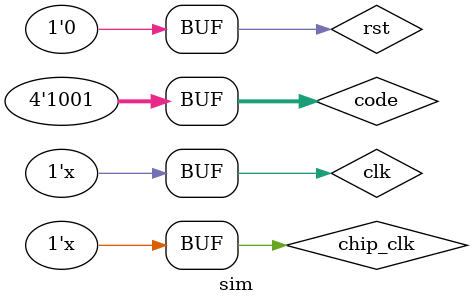
<source format=v>
`timescale 1ns / 1ps


module sim(

    );
    reg chip_clk = 1'b0;
    reg clk = 1'b0;
    reg rst = 1'b0;
    reg [3:0] code;
    // Ä£Äâclk T = 160ns PC¿ÉÒÔ¼Ó6´Î1
    always
        #80 clk <= ~clk;
    // ±£Ö¤set PC addr 0
    initial
        #105 rst <= ~rst;

    // Ä£ÄâÐ¾Æ¬Ê±ÖÓÂö³å
    always
        #5 chip_clk = ~chip_clk;

    // Ä£Äâ´úÂëÖ´ÐÐ£¬ÏÈ s ÔÙ l

    initial begin
        code = 4'b0101;     // sb4
        #10 code = 4'b0110; // sh8
        #10 code = 4'b0111; // sw0
        #10 code = 4'b0000; // lb0
        #10 code = 4'b0001; // lh0
        #10 code = 4'b0010; // lw0
        #10 code = 4'b0011; // lbu0
        #10 code = 4'b0100; // lhu0
        #10 code = 4'b1000; // lw4
        #10 code = 4'b1001; // lw8
    end

    wire [31:0] test;
    top my_top(
        .chip_clk(chip_clk),
        .clk(clk),
        .rst(rst),
        .code(code),
        .test(test)
    );
endmodule

</source>
